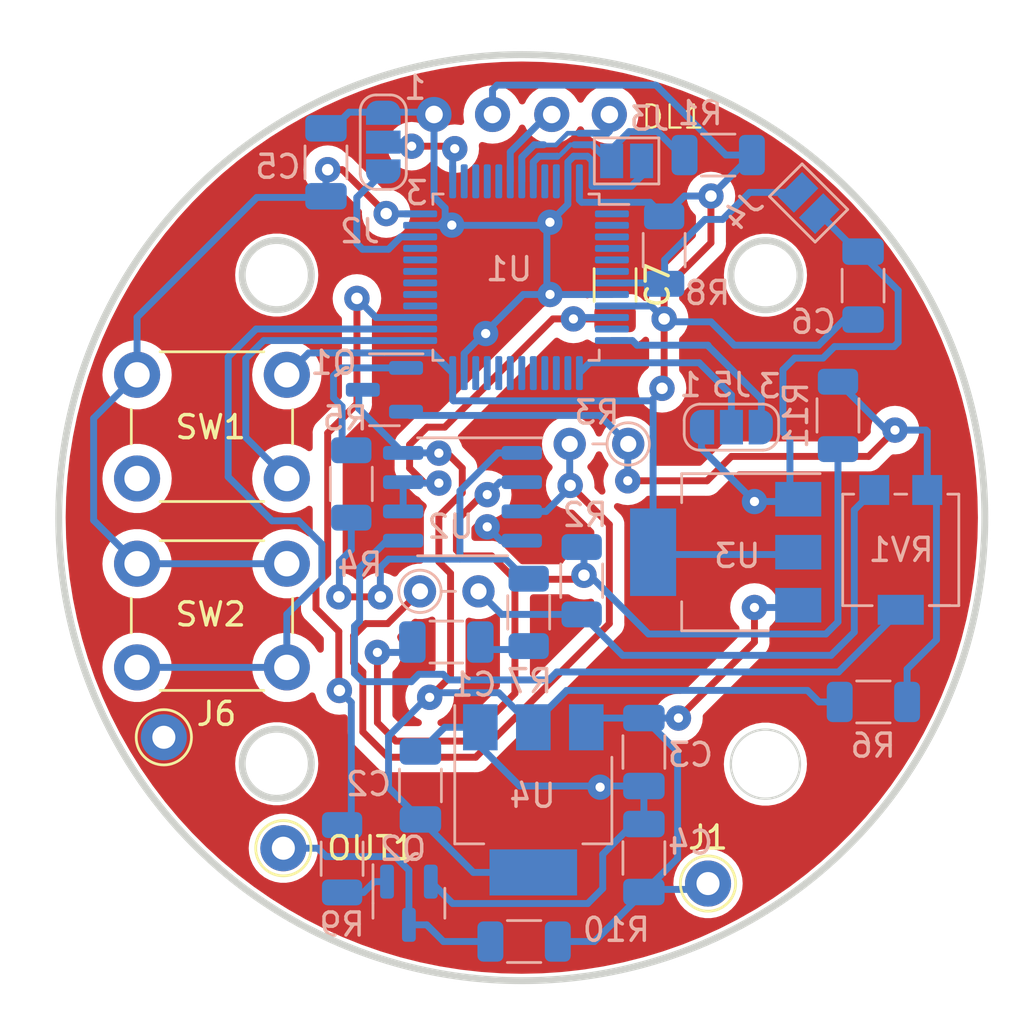
<source format=kicad_pcb>
(kicad_pcb (version 20221018) (generator pcbnew)
  (layers (0 "F.Cu" signal) (31 "B.Cu" signal) (34 "B.Paste" user) (35 "F.Paste" user) (36 "B.SilkS" user "B.Silkscreen") (37 "F.SilkS" user "F.Silkscreen") (38 "B.Mask" user) (39 "F.Mask" user) (44 "Edge.Cuts" user))
  (net 0 "")
  (net 1 "Net-(Q1-B)")
  (net 2 "Net-(Q1-E)")
  (net 3 "Net-(Q1-C)")
  (net 10 "Net-(J3-Pin_2)")
  (net 11 "Net-(DL1-VCC)")
  (net 12 "Net-(C1-Pad2)")
  (net 14 "Net-(J4-Pin_2)")
  (net 21 "Net-(DL1-SDA)")
  (net 22 "Net-(DL1-SCL)")
  (net 29 "GND")
  (net 36 "Net-(R5-Pad2)")
  (net 37 "Net-(U2A--)")
  (net 38 "Net-(U2A-+)")
  (net 39 "Net-(R2-Pad2)")
  (net 40 "Net-(U1-PA0)")
  (net 41 "VCC")
  (net 42 "Net-(U2B-+)")
  (net 44 "Net-(J2-Pin_2)")
  (net 45 "Net-(J2-Pin_3)")
  (net 46 "Net-(J5-Pin_2)")
  (net 47 "Net-(J5-Pin_3)")
  (net 48 "Net-(U1-PB12)")
  (net 49 "Net-(U1-PB13)")
  (net 52 "Net-(Q2-B)")
  (net 53 "Net-(U1-PB14)")
  (net 54 "Net-(OUT1-Pin_1)")
  (footprint "Capacitor_SMD:C_1206_3216Metric" (layer "F.Cu") (at 160.05 61.9 -90)
    (fp_text reference "C7")
    (fp_text value "100n")
  )
  (footprint "TestPoint:TestPoint_THTPad_D2.0mm_Drill1.0mm" (layer "F.Cu") (at 140.462 81.534)
    (fp_text reference "J6")
    (fp_text value "Conn_01x01_Pin")
  )
  (footprint "TestPoint:TestPoint_THTPad_D2.0mm_Drill1.0mm" (layer "F.Cu") (at 145.65 86.35)
    (fp_text reference "OUT1")
    (fp_text value "Conn_01x01_Pin")
  )
  (footprint "Button_Switch_THT:SW_PUSH_6mm_H13mm" (layer "F.Cu") (at 139.3 74)
    (fp_text reference "SW2")
    (fp_text value "SW_Push")
  )
  (footprint "Button_Switch_THT:SW_PUSH_6mm_H13mm" (layer "F.Cu") (at 139.3 65.8)
    (fp_text reference "SW1")
    (fp_text value "SW_Push")
  )
  (footprint "Oled:SSD1306" (layer "F.Cu") (at 162 53 -90)
    (fp_text reference "DL1")
    (fp_text value "SSD1306")
  )
  (footprint "TestPoint:TestPoint_THTPad_D2.0mm_Drill1.0mm" (layer "F.Cu") (at 164.084 87.884)
    (fp_text reference "J1")
    (fp_text value "Conn_01x01_Pin")
  )
  (footprint "Capacitor_SMD:C_1206_3216Metric" (layer "B.Cu") (at 147.5 56.575 -90)
    (fp_text reference "C5")
    (fp_text value "100n")
  )
  (footprint "Resistor_SMD:R_1206_3216Metric" (layer "B.Cu") (at 169.725 67.5625 -90)
    (fp_text reference "R11")
    (fp_text value "100")
  )
  (footprint "Resistor_SMD:R_1206_3216Metric" (layer "B.Cu") (at 148.2 86.8065 90)
    (fp_text reference "R9")
    (fp_text value "100")
  )
  (footprint "Package_SO:SO-8_3.9x4.9mm_P1.27mm" (layer "B.Cu") (at 153.425 71.095 180)
    (fp_text reference "U2")
    (fp_text value "TL072")
  )
  (footprint "Package_TO_SOT_SMD:SOT-223-3_TabPin2" (layer "B.Cu") (at 156.5 84.25 -90)
    (fp_text reference "U4")
    (fp_text value "AMS1117-5.0")
  )
  (footprint "Capacitor_SMD:C_1206_3216Metric" (layer "B.Cu") (at 170.815 61.927 -90)
    (fp_text reference "C6")
    (fp_text value "10u")
  )
  (footprint "Package_TO_SOT_SMD:SOT-223-3_TabPin2" (layer "B.Cu") (at 164.85 73.5 180)
    (fp_text reference "U3")
    (fp_text value "AMS1117-3.3")
  )
  (footprint "Capacitor_SMD:C_1206_3216Metric" (layer "B.Cu") (at 151.6 83.625 -90)
    (fp_text reference "C2")
    (fp_text value "4.7uF")
  )
  (footprint "Resistor_SMD:R_1206_3216Metric" (layer "B.Cu") (at 164.5265 56.261 180)
    (fp_text reference "R1")
    (fp_text value "100k")
  )
  (footprint "Jumper:SolderJumper-3_P1.3mm_Open_RoundedPad1.0x1.5mm_NumberLabels" (layer "B.Cu") (at 165.1 68.072)
    (fp_text reference "J5")
    (fp_text value "UART")
  )
  (footprint "Capacitor_SMD:C_1206_3216Metric" (layer "B.Cu") (at 161.3 86.775 -90)
    (fp_text reference "C4")
    (fp_text value "100n")
  )
  (footprint "Resistor_SMD:R_1206_3216Metric" (layer "B.Cu") (at 162.179 60.3865 -90)
    (fp_text reference "R8")
    (fp_text value "100k")
  )
  (footprint "Resistor_SMD:R_1206_3216Metric" (layer "B.Cu") (at 156.1 90.4)
    (fp_text reference "R10")
    (fp_text value "10k")
  )
  (footprint "Package_TO_SOT_SMD:SOT-23" (layer "B.Cu") (at 150.0375 66.45 180)
    (fp_text reference "Q1")
    (fp_text value "BC847")
  )
  (footprint "Resistor_SMD:R_1206_3216Metric" (layer "B.Cu") (at 148.6 70.5375 -90)
    (fp_text reference "R5")
    (fp_text value "100")
  )
  (footprint "Resistor_SMD:R_1206_3216Metric" (layer "B.Cu") (at 156.3 76.1125 90)
    (fp_text reference "R7")
    (fp_text value "51k")
  )
  (footprint "Capacitor_SMD:C_1206_3216Metric" (layer "B.Cu") (at 152.725 77.4)
    (fp_text reference "C1")
    (fp_text value "1uF")
  )
  (footprint "Resistor_THT:R_Axial_DIN0204_L3.6mm_D1.6mm_P2.54mm_Vertical" (layer "B.Cu") (at 160.62 68.8 180)
    (fp_text reference "R3")
    (fp_text value "sens")
  )
  (footprint "Jumper:SolderJumper-3_P1.3mm_Open_RoundedPad1.0x1.5mm_NumberLabels" (layer "B.Cu") (at 149.987 55.7 -90)
    (fp_text reference "J2")
    (fp_text value "SWD")
  )
  (footprint "Jumper:SolderJumper-2_P1.3mm_Open_Pad1.0x1.5mm" (layer "B.Cu") (at 160.55 56.515 180)
    (fp_text reference "J3")
    (fp_text value "BOOT0")
  )
  (footprint "Resistor_SMD:R_1206_3216Metric" (layer "B.Cu") (at 171.2625 80)
    (fp_text reference "R6")
    (fp_text value "20k")
  )
  (footprint "Jumper:SolderJumper-2_P1.3mm_Open_Pad1.0x1.5mm" (layer "B.Cu") (at 168.450381 58.341381 135)
    (fp_text reference "J4")
    (fp_text value "RST")
  )
  (footprint "Capacitor_SMD:C_1206_3216Metric" (layer "B.Cu") (at 161.3 82.175 90)
    (fp_text reference "C3")
    (fp_text value "10u")
  )
  (footprint "Resistor_SMD:R_1206_3216Metric" (layer "B.Cu") (at 158.6 74.7375 -90)
    (fp_text reference "R2")
    (fp_text value "100")
  )
  (footprint "Package_TO_SOT_SMD:SOT-23" (layer "B.Cu") (at 151.1 88.7375 -90)
    (fp_text reference "Q2")
    (fp_text value "BC847")
  )
  (footprint "Resistor_THT:R_Axial_DIN0204_L3.6mm_D1.6mm_P2.54mm_Vertical" (layer "B.Cu") (at 151.58 75.2)
    (fp_text reference "R4")
    (fp_text value "comp")
  )
  (footprint "Potentiometer_SMD:Potentiometer_Bourns_3214G_Horizontal" (layer "B.Cu") (at 172.45 73.4 90)
    (fp_text reference "RV1")
    (fp_text value "100k")
  )
  (footprint "Package_QFP:LQFP-48_7x7mm_P0.5mm" (layer "B.Cu") (at 155.75 61.5625 180)
    (fp_text reference "U1")
    (fp_text value "STM32F103CBTx")
  )
  (gr_circle locked (center 145.362394 61.469979) (end 146.862394 61.469979) (stroke (width 0.3)) (fill none) (layer "Edge.Cuts"))
  (gr_circle locked (center 145.362394 82.683183) (end 146.862394 82.683183) (stroke (width 0.3)) (fill none) (layer "Edge.Cuts"))
  (gr_circle locked (center 156 72) (end 176.1 72) (stroke (width 0.3)) (fill none) (layer "Edge.Cuts"))
  (gr_circle locked (center 166.575 82.7) (end 168.075 82.7) (stroke (width 0.1)) (fill none) (layer "Edge.Cuts"))
  (gr_circle locked (center 166.576898 61.476898) (end 168.076898 61.476898) (stroke (width 0.3)) (fill none) (layer "Edge.Cuts"))
  (segment (start 148.6 69.075) (end 148.2 68.675) (width 0.3) (layer "B.Cu") (net 1))
  (segment (start 148.173349 65.5) (end 150.8 65.5) (width 0.3) (layer "B.Cu") (net 1))
  (segment (start 147.828 65.845349) (end 148.173349 65.5) (width 0.3) (layer "B.Cu") (net 1))
  (segment (start 148.2 68.675) (end 148.2 67.174) (width 0.3) (layer "B.Cu") (net 1))
  (segment (start 147.828 66.802) (end 147.828 65.845349) (width 0.3) (layer "B.Cu") (net 1))
  (segment (start 148.2 67.174) (end 147.828 66.802) (width 0.3) (layer "B.Cu") (net 1))
  (segment (start 160.6 70.4) (end 164.042 70.4) (width 0.3) (layer "F.Cu") (net 2))
  (segment (start 164.042 70.4) (end 165.1 69.342) (width 0.3) (layer "F.Cu") (net 2))
  (segment (start 171.058 69.342) (end 172.2 68.2) (width 0.3) (layer "F.Cu") (net 2))
  (segment (start 165.1 69.342) (end 171.058 69.342) (width 0.3) (layer "F.Cu") (net 2))
  (via (at 172.2 68.2) (size 1.1) (drill 0.4) (layers "F.Cu" "B.Cu") (net 2))
  (via (at 160.6 70.4) (size 1.1) (drill 0.4) (layers "F.Cu" "B.Cu") (net 2))
  (segment (start 172.725 80) (end 172.725 78.575) (width 0.3) (layer "B.Cu") (net 2))
  (segment (start 151.139 67.564) (end 151.0374 67.4624) (width 0.3) (layer "B.Cu") (net 2))
  (segment (start 160.62 68.8) (end 159.384 67.564) (width 0.3) (layer "B.Cu") (net 2))
  (segment (start 172.2 68.2) (end 171.825 68.2) (width 0.3) (layer "B.Cu") (net 2))
  (segment (start 160.6 70.4) (end 160.6 68.82) (width 0.3) (layer "B.Cu") (net 2))
  (segment (start 172.725 78.575) (end 174 77.3) (width 0.3) (layer "B.Cu") (net 2))
  (segment (start 173.6 68.25) (end 173.55 68.2) (width 0.3) (layer "B.Cu") (net 2))
  (segment (start 159.384 67.564) (end 151.139 67.564) (width 0.3) (layer "B.Cu") (net 2))
  (segment (start 171.825 68.2) (end 169.725 66.1) (width 0.3) (layer "B.Cu") (net 2))
  (segment (start 174 77.3) (end 174 71.2) (width 0.3) (layer "B.Cu") (net 2))
  (segment (start 174 71.2) (end 173.6 70.8) (width 0.3) (layer "B.Cu") (net 2))
  (segment (start 173.6 70.8) (end 173.6 68.25) (width 0.3) (layer "B.Cu") (net 2))
  (segment (start 160.6 68.82) (end 160.62 68.8) (width 0.3) (layer "B.Cu") (net 2))
  (segment (start 173.55 68.2) (end 172.2 68.2) (width 0.3) (layer "B.Cu") (net 2))
  (segment (start 152.908 78.892) (end 152 79.8) (width 0.3) (layer "F.Cu") (net 3))
  (segment (start 152.766 69.2) (end 153.416 69.85) (width 0.3) (layer "F.Cu") (net 3))
  (segment (start 153.416 69.85) (end 153.416 70.920894) (width 0.3) (layer "F.Cu") (net 3))
  (segment (start 153.416 70.920894) (end 152.4 71.936894) (width 0.3) (layer "F.Cu") (net 3))
  (segment (start 152.4 73.914) (end 152.908 74.422) (width 0.3) (layer "F.Cu") (net 3))
  (segment (start 152.4 69.2) (end 152.766 69.2) (width 0.3) (layer "F.Cu") (net 3))
  (segment (start 152.908 74.422) (end 152.908 78.892) (width 0.3) (layer "F.Cu") (net 3))
  (segment (start 152.4 71.936894) (end 152.4 73.914) (width 0.3) (layer "F.Cu") (net 3))
  (via (at 152 79.8) (size 1.1) (drill 0.4) (layers "F.Cu" "B.Cu") (net 3))
  (via (at 152.4 69.2) (size 1.1) (drill 0.4) (layers "F.Cu" "B.Cu") (net 3))
  (segment (start 156.5 80.95) (end 156.5 81.1) (width 0.3) (layer "B.Cu") (net 3))
  (segment (start 151.6 85.1) (end 153.9 87.4) (width 0.3) (layer "B.Cu") (net 3))
  (segment (start 153.9 87.4) (end 156.5 87.4) (width 0.3) (layer "B.Cu") (net 3))
  (segment (start 155 79.6) (end 156.5 81.1) (width 0.3) (layer "B.Cu") (net 3))
  (segment (start 157.95 79.5) (end 156.5 80.95) (width 0.3) (layer "B.Cu") (net 3))
  (segment (start 168.4 79.5) (end 157.95 79.5) (width 0.3) (layer "B.Cu") (net 3))
  (segment (start 150.85 69.19) (end 148.925 67.265) (width 0.3) (layer "B.Cu") (net 3))
  (segment (start 152.0988 79.6) (end 155 79.6) (width 0.3) (layer "B.Cu") (net 3))
  (segment (start 151.6 85.1) (end 150.2156 83.7156) (width 0.3) (layer "B.Cu") (net 3))
  (segment (start 152.39 69.19) (end 152.4 69.2) (width 0.3) (layer "B.Cu") (net 3))
  (segment (start 169.6 80) (end 168.9 80) (width 0.3) (layer "B.Cu") (net 3))
  (segment (start 150.2156 83.7156) (end 150.2156 81.4832) (width 0.3) (layer "B.Cu") (net 3))
  (segment (start 168.9 80) (end 168.4 79.5) (width 0.3) (layer "B.Cu") (net 3))
  (segment (start 148.925 67.265) (end 148.925 66.45) (width 0.3) (layer "B.Cu") (net 3))
  (segment (start 150.2156 81.4832) (end 152.0988 79.6) (width 0.3) (layer "B.Cu") (net 3))
  (segment (start 150.85 69.19) (end 152.39 69.19) (width 0.3) (layer "B.Cu") (net 3))
  (segment (start 161.895 55.245) (end 162.9 56.25) (width 0.3) (layer "B.Cu") (net 10))
  (segment (start 157.805063 56.12) (end 157.662531 56.262532) (width 0.2) (layer "B.Cu") (net 10))
  (segment (start 159.9 56.7) (end 159.9 56.2) (width 0.3) (layer "B.Cu") (net 10))
  (segment (start 159.9 56) (end 160.655 55.245) (width 0.3) (layer "B.Cu") (net 10))
  (segment (start 160.655 55.245) (end 161.895 55.245) (width 0.3) (layer "B.Cu") (net 10))
  (segment (start 157.541853 56.3125) (end 157.5375 56.3125) (width 0.3) (layer "B.Cu") (net 10))
  (segment (start 158.112563 55.8125) (end 158.2875 55.8125) (width 0.2) (layer "B.Cu") (net 10))
  (segment (start 159.9 56.2) (end 159.9 56) (width 0.3) (layer "B.Cu") (net 10))
  (segment (start 159.9 56.2) (end 159.444607 56.2) (width 0.3) (layer "B.Cu") (net 10))
  (segment (start 159.444607 56.2) (end 159.057107 55.8125) (width 0.3) (layer "B.Cu") (net 10))
  (segment (start 159.057107 55.8125) (end 158.2875 55.8125) (width 0.3) (layer "B.Cu") (net 10))
  (segment (start 157.805063 56.12) (end 158.112563 55.8125) (width 0.2) (layer "B.Cu") (net 10))
  (segment (start 157.5375 56.3125) (end 156.748959 56.3125) (width 0.3) (layer "B.Cu") (net 10))
  (segment (start 156.5 56.561459) (end 156.5 57.4) (width 0.3) (layer "B.Cu") (net 10))
  (segment (start 156.748959 56.3125) (end 156.5 56.561459) (width 0.3) (layer "B.Cu") (net 10))
  (segment (start 150.114 58.801) (end 148.209 56.896) (width 0.3) (layer "F.Cu") (net 11))
  (segment (start 164.211 60.071) (end 164.211 58.039) (width 0.3) (layer "F.Cu") (net 11))
  (segment (start 162.0865 66.3865) (end 162.179 66.294) (width 0.3) (layer "F.Cu") (net 11))
  (segment (start 148.209 56.896) (end 147.574 56.896) (width 0.3) (layer "F.Cu") (net 11))
  (segment (start 162.179 62.103) (end 164.211 60.071) (width 0.3) (layer "F.Cu") (net 11))
  (segment (start 162.179 63.373) (end 162.179 62.103) (width 0.3) (layer "F.Cu") (net 11))
  (segment (start 162.179 66.294) (end 162.179 63.373) (width 0.3) (layer "F.Cu") (net 11))
  (via (at 150.114 58.801) (size 1.1) (drill 0.5) (layers "F.Cu" "B.Cu") (net 11))
  (via (at 147.574 56.896) (size 1.1) (drill 0.5) (layers "F.Cu" "B.Cu") (net 11))
  (via (at 162.179 63.373) (size 1.1) (drill 0.5) (layers "F.Cu" "B.Cu") (net 11))
  (via (at 162.0865 66.3865) (size 1.1) (drill 0.5) (layers "F.Cu" "B.Cu") (net 11))
  (via (at 164.211 58.039) (size 1.1) (drill 0.5) (layers "F.Cu" "B.Cu") (net 11))
  (segment (start 164.861 56.261) (end 165.989 56.261) (width 0.3) (layer "B.Cu") (net 11))
  (segment (start 154.92737 53.225) (end 161.786988 53.225) (width 0.3) (layer "B.Cu") (net 11))
  (segment (start 153.035 66.929) (end 161.626 66.929) (width 0.3) (layer "B.Cu") (net 11))
  (segment (start 139.3 63.3) (end 144.5 58.1) (width 0.3) (layer "B.Cu") (net 11))
  (segment (start 161.5675 58.3125) (end 162.179 58.924) (width 0.3) (layer "B.Cu") (net 11))
  (segment (start 165.227 64.516) (end 168.884 64.516) (width 0.3) (layer "B.Cu") (net 11))
  (segment (start 158.6075 58.3125) (end 161.5675 58.3125) (width 0.3) (layer "B.Cu") (net 11))
  (segment (start 164.211 58.039) (end 163.064 58.039) (width 0.3) (layer "B.Cu") (net 11))
  (segment (start 153 65.725) (end 153 66.894) (width 0.3) (layer "B.Cu") (net 11))
  (segment (start 162.179 63.373) (end 161.6185 62.8125) (width 0.3) (layer "B.Cu") (net 11))
  (segment (start 145.8 74) (end 139.3 74) (width 0.3) (layer "B.Cu") (net 11))
  (segment (start 139.3 74) (end 137.414 72.114) (width 0.3) (layer "B.Cu") (net 11))
  (segment (start 144.5 58.1) (end 146.675 58.1) (width 0.3) (layer "B.Cu") (net 11))
  (segment (start 158.5 58.205) (end 158.6075 58.3125) (width 0.3) (layer "B.Cu") (net 11))
  (segment (start 137.414 67.686) (end 139.3 65.8) (width 0.3) (layer "B.Cu") (net 11))
  (segment (start 168.884 64.516) (end 170.2 63.2) (width 0.3) (layer "B.Cu") (net 11))
  (segment (start 161.626 66.929) (end 161.7 66.855) (width 0.3) (layer "B.Cu") (net 11))
  (segment (start 161.6185 62.8125) (end 159.9125 62.8125) (width 0.3) (layer "B.Cu") (net 11))
  (segment (start 161.786988 53.225) (end 161.82103 53.234734) (width 0.3) (layer "B.Cu") (net 11))
  (segment (start 154.73 53.42237) (end 154.92737 53.225) (width 0.3) (layer "B.Cu") (net 11))
  (segment (start 161.1 73.6) (end 167.4 73.6) (width 0.3) (layer "B.Cu") (net 11))
  (segment (start 161.1 73.6) (end 161.67 73.03) (width 0.3) (layer "B.Cu") (net 11))
  (segment (start 152.125 64.85) (end 146.75 64.85) (width 0.3) (layer "B.Cu") (net 11))
  (segment (start 150.1255 58.8125) (end 151.5875 58.8125) (width 0.3) (layer "B.Cu") (net 11))
  (segment (start 162.306 63.5) (end 164.211 63.5) (width 0.3) (layer "B.Cu") (net 11))
  (segment (start 161.841631 53.241631) (end 164.861 56.261) (width 0.3) (layer "B.Cu") (net 11))
  (segment (start 161.82103 53.234734) (end 161.841631 53.241631) (width 0.3) (layer "B.Cu") (net 11))
  (segment (start 153 66.894) (end 153.035 66.929) (width 0.3) (layer "B.Cu") (net 11))
  (segment (start 147.5 58.05) (end 147.5 56.97) (width 0.3) (layer "B.Cu") (net 11))
  (segment (start 158.5 57.4) (end 158.5 58.205) (width 0.3) (layer "B.Cu") (net 11))
  (segment (start 162.179 63.373) (end 162.306 63.5) (width 0.3) (layer "B.Cu") (net 11))
  (segment (start 139.3 63.3) (end 139.3 65.8) (width 0.3) (layer "B.Cu") (net 11))
  (segment (start 153 65.725) (end 152.125 64.85) (width 0.3) (layer "B.Cu") (net 11))
  (segment (start 146.75 64.85) (end 145.8 65.8) (width 0.3) (layer "B.Cu") (net 11))
  (segment (start 154.73 54.5) (end 154.73 53.42237) (width 0.3) (layer "B.Cu") (net 11))
  (segment (start 163.064 58.039) (end 162.179 58.924) (width 0.3) (layer "B.Cu") (net 11))
  (segment (start 164.211 63.5) (end 165.227 64.516) (width 0.3) (layer "B.Cu") (net 11))
  (segment (start 161.7 66.855) (end 161.7 73.5) (width 0.3) (layer "B.Cu") (net 11))
  (segment (start 164.211 58.039) (end 165.989 56.261) (width 0.3) (layer "B.Cu") (net 11))
  (segment (start 137.414 72.114) (end 137.414 67.686) (width 0.3) (layer "B.Cu") (net 11))
  (segment (start 154.525 77.725) (end 154.2 77.4) (width 0.3) (layer "B.Cu") (net 12))
  (segment (start 156.3 77.725) (end 154.525 77.725) (width 0.3) (layer "B.Cu") (net 12))
  (segment (start 162.2 60.812) (end 162.2 61.325) (width 0.3) (layer "B.Cu") (net 14))
  (segment (start 161.7125 61.8125) (end 159.9125 61.8125) (width 0.3) (layer "B.Cu") (net 14))
  (segment (start 165.892238 57.881762) (end 164.719 59.055) (width 0.3) (layer "B.Cu") (net 14))
  (segment (start 162.2 61.325) (end 161.7125 61.8125) (width 0.3) (layer "B.Cu") (net 14))
  (segment (start 164.719 59.055) (end 163.957 59.055) (width 0.3) (layer "B.Cu") (net 14))
  (segment (start 167.990762 57.881762) (end 165.892238 57.881762) (width 0.3) (layer "B.Cu") (net 14))
  (segment (start 163.957 59.055) (end 162.2 60.812) (width 0.3) (layer "B.Cu") (net 14))
  (segment (start 156 56.354353) (end 156.541853 55.8125) (width 0.3) (layer "B.Cu") (net 21))
  (segment (start 159.719606 55.3125) (end 158.4875 55.3125) (width 0.3) (layer "B.Cu") (net 21))
  (segment (start 156.541853 55.8125) (end 156.956065 55.8125) (width 0.3) (layer "B.Cu") (net 21))
  (segment (start 156 57.4) (end 156 56.354353) (width 0.3) (layer "B.Cu") (net 21))
  (segment (start 157.039353 55.825) (end 157.476895 55.825) (width 0.2) (layer "B.Cu") (net 21))
  (segment (start 157.989395 55.3125) (end 158.4875 55.3125) (width 0.2) (layer "B.Cu") (net 21))
  (segment (start 159.8 54.5) (end 159.8 55.232106) (width 0.3) (layer "B.Cu") (net 21))
  (segment (start 157.476895 55.825) (end 157.989395 55.3125) (width 0.2) (layer "B.Cu") (net 21))
  (segment (start 159.8 55.232106) (end 159.719606 55.3125) (width 0.3) (layer "B.Cu") (net 21))
  (segment (start 155.5 57.4) (end 155.5 56.13) (width 0.3) (layer "B.Cu") (net 22))
  (segment (start 155.5 56.13) (end 157.13 54.5) (width 0.3) (layer "B.Cu") (net 22))
  (via (at 154.5 72.4) (size 1.1) (drill 0.4) (layers "F.Cu" "B.Cu") (net 29))
  (via (at 154.432 64.008) (size 1.1) (drill 0.4) (layers "F.Cu" "B.Cu") (net 29))
  (via (at 166.1 71.3) (size 1.1) (drill 0.4) (layers "F.Cu" "B.Cu") (net 29))
  (via (at 157.226 62.3125) (size 1.1) (drill 0.4) (layers "F.Cu" "B.Cu") (net 29))
  (via (at 152.962793 59.301901) (size 1.1) (drill 0.4) (layers "F.Cu" "B.Cu") (net 29))
  (via (at 159.4 83.7) (size 1.1) (drill 0.4) (layers "F.Cu" "B.Cu") (net 29))
  (via (at 157.222 59.178) (size 1.1) (drill 0.4) (layers "F.Cu" "B.Cu") (net 29))
  (segment (start 159.05 56.5125) (end 158.85 56.3125) (width 0.3) (layer "B.Cu") (net 29))
  (segment (start 154.432 64.008) (end 154.432 63.943) (width 0.3) (layer "B.Cu") (net 29))
  (segment (start 155.1 73) (end 154.5 72.4) (width 0.3) (layer "B.Cu") (net 29))
  (segment (start 161.2 57.165) (end 160.75 57.615) (width 0.3) (layer "B.Cu") (net 29))
  (segment (start 148.5 54.4) (end 150 54.4) (width 0.3) (layer "B.Cu") (net 29))
  (segment (start 159.05 57.615) (end 159.05 56.5125) (width 0.3) (layer "B.Cu") (net 29))
  (segment (start 156.0625 62.3125) (end 154.7375 63.6375) (width 0.3) (layer "B.Cu") (net 29))
  (segment (start 154.2 81.937) (end 155.913 83.65) (width 0.3) (layer "B.Cu") (net 29))
  (segment (start 170.815 60.452) (end 170.561 60.452) (width 0.3) (layer "B.Cu") (net 29))
  (segment (start 161.2 56.35) (end 161.2 57.165) (width 0.3) (layer "B.Cu") (net 29))
  (segment (start 166.1 71.3) (end 163.8 69) (width 0.3) (layer "B.Cu") (net 29))
  (segment (start 167.3352 65.5828) (end 167.3352 68.2852) (width 0.3) (layer "B.Cu") (net 29))
  (segment (start 153 88.75) (end 158.8625 88.75) (width 0.3) (layer "B.Cu") (net 29))
  (segment (start 163.8 69) (end 163.8 67.6) (width 0.3) (layer "B.Cu") (net 29))
  (segment (start 158.8625 88.75) (end 159.512 88.1005) (width 0.3) (layer "B.Cu") (net 29))
  (segment (start 154.432 63.943) (end 154.7375 63.6375) (width 0.3) (layer "B.Cu") (net 29))
  (segment (start 160.826 85.3) (end 161.3 85.3) (width 0.3) (layer "B.Cu") (net 29))
  (segment (start 157.226 62.3125) (end 159.073959 62.3125) (width 0.3) (layer "B.Cu") (net 29))
  (segment (start 158 56.561459) (end 158 57.4) (width 0.3) (layer "B.Cu") (net 29))
  (segment (start 152.05 87.8) (end 153 88.75) (width 0.3) (layer "B.Cu") (net 29))
  (segment (start 153.5 64.875) (end 153.5 65.725) (width 0.3) (layer "B.Cu") (net 29))
  (segment (start 148 54.9) (end 148.5 54.4) (width 0.3) (layer "B.Cu") (net 29))
  (segment (start 169.575 64.575) (end 169.075 65.075) (width 0.3) (layer "B.Cu") (net 29))
  (segment (start 152.42604 59.3125) (end 151.5875 59.3125) (width 0.3) (layer "B.Cu") (net 29))
  (segment (start 160.75 57.615) (end 159.05 57.615) (width 0.3) (layer "B.Cu") (net 29))
  (segment (start 170.45 60.25) (end 172.339 62.139) (width 0.3) (layer "B.Cu") (net 29))
  (segment (start 172.339 62.139) (end 172.339 64.389) (width 0.3) (layer "B.Cu") (net 29))
  (segment (start 167.3352 68.2852) (end 167.64 68.59) (width 0.3) (layer "B.Cu") (net 29))
  (segment (start 170.561 60.452) (end 168.91 58.801) (width 0.3) (layer "B.Cu") (net 29))
  (segment (start 159.512 86.614) (end 160.826 85.3) (width 0.3) (layer "B.Cu") (net 29))
  (segment (start 172.153 64.575) (end 169.575 64.575) (width 0.3) (layer "B.Cu") (net 29))
  (segment (start 154.7375 63.6375) (end 153.5 64.875) (width 0.3) (layer "B.Cu") (net 29))
  (segment (start 159.35 83.65) (end 159.4 83.7) (width 0.3) (layer "B.Cu") (net 29))
  (segment (start 152.19 54.5) (end 152.19 58.076459) (width 0.3) (layer "B.Cu") (net 29))
  (segment (start 154.2 81.1) (end 154.2 81.937) (width 0.3) (layer "B.Cu") (net 29))
  (segment (start 150 54.4) (end 152.09 54.4) (width 0.3) (layer "B.Cu") (net 29))
  (segment (start 159.45 83.65) (end 161.3 83.65) (width 0.3) (layer "B.Cu") (net 29))
  (segment (start 157.0875 62.174) (end 157.0875 59.3125) (width 0.3) (layer "B.Cu") (net 29))
  (segment (start 158.85 56.3125) (end 158.248959 56.3125) (width 0.3) (layer "B.Cu") (net 29))
  (segment (start 159.512 88.1005) (end 159.512 86.614) (width 0.3) (layer "B.Cu") (net 29))
  (segment (start 167.843 65.075) (end 167.3352 65.5828) (width 0.3) (layer "B.Cu") (net 29))
  (segment (start 152.09 54.4) (end 152.19 54.5) (width 0.3) (layer "B.Cu") (net 29))
  (segment (start 152.51927 59.21927) (end 152.426041 59.3125) (width 0.3) (layer "B.Cu") (net 29))
  (segment (start 157.226 62.3125) (end 157.0875 62.174) (width 0.3) (layer "B.Cu") (net 29))
  (segment (start 167.64 68.59) (end 167.64 70.84) (width 0.3) (layer "B.Cu") (net 29))
  (segment (start 152.19 58.076459) (end 152.675 58.561459) (width 0.3) (layer "B.Cu") (net 29))
  (segment (start 161.3 85.3) (end 161.3 83.65) (width 0.3) (layer "B.Cu") (net 29))
  (segment (start 152.426041 59.3125) (end 157.0875 59.3125) (width 0.3) (layer "B.Cu") (net 29))
  (segment (start 152.51927 59.21927) (end 152.42604 59.3125) (width 0.3) (layer "B.Cu") (net 29))
  (segment (start 158 58.4) (end 158 57.4) (width 0.3) (layer "B.Cu") (net 29))
  (segment (start 159.073959 62.3125) (end 156.0625 62.3125) (width 0.3) (layer "B.Cu") (net 29))
  (segment (start 167.64 70.84) (end 168 71.2) (width 0.3) (layer "B.Cu") (net 29))
  (segment (start 157.0875 59.3125) (end 158 58.4) (width 0.3) (layer "B.Cu") (net 29))
  (segment (start 159.4 83.7) (end 159.45 83.65) (width 0.3) (layer "B.Cu") (net 29))
  (segment (start 152.675 59.063541) (end 152.51927 59.21927) (width 0.3) (layer "B.Cu") (net 29))
  (segment (start 156 73) (end 155.1 73) (width 0.3) (layer "B.Cu") (net 29))
  (segment (start 169.075 65.075) (end 167.843 65.075) (width 0.3) (layer "B.Cu") (net 29))
  (segment (start 151.6 82.15) (end 152.65 81.1) (width 0.3) (layer "B.Cu") (net 29))
  (segment (start 152.65 81.1) (end 154.2 81.1) (width 0.3) (layer "B.Cu") (net 29))
  (segment (start 152.675 58.561459) (end 152.675 59.063541) (width 0.3) (layer "B.Cu") (net 29))
  (segment (start 158.248959 56.3125) (end 158 56.561459) (width 0.3) (layer "B.Cu") (net 29))
  (segment (start 155.913 83.65) (end 159.35 83.65) (width 0.3) (layer "B.Cu") (net 29))
  (segment (start 159.073959 62.3125) (end 159.9125 62.3125) (width 0.3) (layer "B.Cu") (net 29))
  (segment (start 172.339 64.389) (end 172.153 64.575) (width 0.3) (layer "B.Cu") (net 29))
  (segment (start 167.4 71.3) (end 166.1 71.3) (width 0.3) (layer "B.Cu") (net 29))
  (segment (start 149.86 75.438) (end 148.0605 75.438) (width 0.3) (layer "F.Cu") (net 36))
  (via (at 149.86 75.438) (size 1.1) (drill 0.5) (layers "F.Cu" "B.Cu") (net 36))
  (via (at 148.0605 75.438) (size 1.1) (drill 0.5) (layers "F.Cu" "B.Cu") (net 36))
  (segment (start 153.3144 73.8) (end 155.3 73.8) (width 0.3) (layer "B.Cu") (net 36))
  (segment (start 154.965 69.19) (end 153.3144 70.8406) (width 0.3) (layer "B.Cu") (net 36))
  (segment (start 148.6 73.4) (end 148.6 72) (width 0.3) (layer "B.Cu") (net 36))
  (segment (start 148.0605 75.438) (end 148.082 75.4165) (width 0.3) (layer "B.Cu") (net 36))
  (segment (start 148.082 73.918) (end 148.6 73.4) (width 0.3) (layer "B.Cu") (net 36))
  (segment (start 149.86 74.157893) (end 150.217893 73.8) (width 0.3) (layer "B.Cu") (net 36))
  (segment (start 148.082 75.4165) (end 148.082 73.918) (width 0.3) (layer "B.Cu") (net 36))
  (segment (start 156 69.19) (end 154.965 69.19) (width 0.3) (layer "B.Cu") (net 36))
  (segment (start 153.3144 70.8406) (end 153.3144 73.8) (width 0.3) (layer "B.Cu") (net 36))
  (segment (start 155.3 73.8) (end 156.3 74.8) (width 0.3) (layer "B.Cu") (net 36))
  (segment (start 149.86 75.438) (end 149.86 74.157893) (width 0.3) (layer "B.Cu") (net 36))
  (segment (start 150.217893 73.8) (end 153.3144 73.8) (width 0.3) (layer "B.Cu") (net 36))
  (segment (start 153.162 73.406) (end 153.162 72.136) (width 0.3) (layer "F.Cu") (net 37))
  (segment (start 154.686 73.66) (end 153.416 73.66) (width 0.3) (layer "F.Cu") (net 37))
  (segment (start 154.297312 71.000688) (end 154.500688 71.000688) (width 0.3) (layer "F.Cu") (net 37))
  (segment (start 158.7 74.5) (end 158.524 74.676) (width 0.3) (layer "F.Cu") (net 37))
  (segment (start 149.733 80.899) (end 150.534 81.7) (width 0.3) (layer "F.Cu") (net 37))
  (segment (start 153.162 72.136) (end 154.297312 71.000688) (width 0.3) (layer "F.Cu") (net 37))
  (segment (start 149.733 77.851) (end 149.733 80.899) (width 0.3) (layer "F.Cu") (net 37))
  (segment (start 155.702 74.676) (end 154.686 73.66) (width 0.3) (layer "F.Cu") (net 37))
  (segment (start 155.702 79.629) (end 155.702 74.676) (width 0.3) (layer "F.Cu") (net 37))
  (segment (start 150.534 81.7) (end 153.631 81.7) (width 0.3) (layer "F.Cu") (net 37))
  (segment (start 153.631 81.7) (end 155.702 79.629) (width 0.3) (layer "F.Cu") (net 37))
  (segment (start 158.524 74.676) (end 155.702 74.676) (width 0.3) (layer "F.Cu") (net 37))
  (segment (start 153.416 73.66) (end 153.162 73.406) (width 0.3) (layer "F.Cu") (net 37))
  (via (at 154.500688 71.000688) (size 1.1) (drill 0.4) (layers "F.Cu" "B.Cu") (net 37))
  (via (at 158.7 74.5) (size 1.1) (drill 0.5) (layers "F.Cu" "B.Cu") (net 37))
  (via (at 149.733 77.851) (size 1.1) (drill 0.4) (layers "F.Cu" "B.Cu") (net 37))
  (segment (start 161.5 77.05) (end 169.2 77.05) (width 0.3) (layer "B.Cu") (net 37))
  (segment (start 169.725 76.525) (end 169.725 69.025) (width 0.3) (layer "B.Cu") (net 37))
  (segment (start 158.7 74.5) (end 158.95 74.5) (width 0.3) (layer "B.Cu") (net 37))
  (segment (start 155.041376 70.46) (end 156 70.46) (width 0.3) (layer "B.Cu") (net 37))
  (segment (start 158.95 74.5) (end 161.5 77.05) (width 0.3) (layer "B.Cu") (net 37))
  (segment (start 158.7 74.5) (end 158.7 73.375) (width 0.3) (layer "B.Cu") (net 37))
  (segment (start 154.500688 71.000688) (end 155.041376 70.46) (width 0.3) (layer "B.Cu") (net 37))
  (segment (start 169.2 77.05) (end 169.725 76.525) (width 0.3) (layer "B.Cu") (net 37))
  (segment (start 149.733 77.851) (end 150.799 77.851) (width 0.3) (layer "B.Cu") (net 37))
  (segment (start 150.799 77.851) (end 151.25 77.4) (width 0.3) (layer "B.Cu") (net 37))
  (segment (start 158.7 73.375) (end 158.6 73.275) (width 0.3) (layer "B.Cu") (net 37))
  (segment (start 150.2 82.4) (end 149.1 81.3) (width 0.3) (layer "F.Cu") (net 38))
  (segment (start 148.7 78.3) (end 148.7 77.125207) (width 0.3) (layer "F.Cu") (net 38))
  (segment (start 154 82.4) (end 150.2 82.4) (width 0.3) (layer "F.Cu") (net 38))
  (segment (start 148.7 77.125207) (end 149.225207 76.6) (width 0.3) (layer "F.Cu") (net 38))
  (segment (start 158.1 70.6) (end 159.8 72.3) (width 0.3) (layer "F.Cu") (net 38))
  (segment (start 159.8 76.6) (end 154 82.4) (width 0.3) (layer "F.Cu") (net 38))
  (segment (start 149.1 78.7) (end 148.7 78.3) (width 0.3) (layer "F.Cu") (net 38))
  (segment (start 149.1 81.3) (end 149.1 78.7) (width 0.3) (layer "F.Cu") (net 38))
  (segment (start 150.18 76.6) (end 151.58 75.2) (width 0.3) (layer "F.Cu") (net 38))
  (segment (start 159.8 72.3) (end 159.8 76.6) (width 0.3) (layer "F.Cu") (net 38))
  (segment (start 149.225207 76.6) (end 150.18 76.6) (width 0.3) (layer "F.Cu") (net 38))
  (via (at 158.1 70.6) (size 1.1) (drill 0.5) (layers "F.Cu" "B.Cu") (net 38))
  (segment (start 158.08 70.705) (end 158.08 70.62) (width 0.3) (layer "B.Cu") (net 38))
  (segment (start 156.15 71.73) (end 157.055 71.73) (width 0.3) (layer "B.Cu") (net 38))
  (segment (start 158.08 70.62) (end 158.1 70.6) (width 0.3) (layer "B.Cu") (net 38))
  (segment (start 158.1 70.6) (end 158.08 70.58) (width 0.3) (layer "B.Cu") (net 38))
  (segment (start 158.08 70.58) (end 158.08 68.8) (width 0.3) (layer "B.Cu") (net 38))
  (segment (start 157.055 71.73) (end 158.08 70.705) (width 0.3) (layer "B.Cu") (net 38))
  (segment (start 158.6 76.2) (end 160.378 77.978) (width 0.3) (layer "B.Cu") (net 39))
  (segment (start 160.378 77.978) (end 169.422 77.978) (width 0.3) (layer "B.Cu") (net 39))
  (segment (start 170.434 76.966) (end 170.434 71.666) (width 0.3) (layer "B.Cu") (net 39))
  (segment (start 169.422 77.978) (end 170.434 76.966) (width 0.3) (layer "B.Cu") (net 39))
  (segment (start 154.12 75.2) (end 155.12 76.2) (width 0.3) (layer "B.Cu") (net 39))
  (segment (start 155.12 76.2) (end 158.6 76.2) (width 0.3) (layer "B.Cu") (net 39))
  (segment (start 170.434 71.666) (end 171.3 70.8) (width 0.3) (layer "B.Cu") (net 39))
  (segment (start 158.242 63.373) (end 157.353 63.373) (width 0.3) (layer "F.Cu") (net 40))
  (segment (start 151.13 69.85) (end 151.78 70.5) (width 0.3) (layer "F.Cu") (net 40))
  (segment (start 152.654 68.072) (end 151.892 68.072) (width 0.3) (layer "F.Cu") (net 40))
  (segment (start 151.13 68.834) (end 151.13 69.85) (width 0.3) (layer "F.Cu") (net 40))
  (segment (start 157.353 63.373) (end 152.654 68.072) (width 0.3) (layer "F.Cu") (net 40))
  (segment (start 158.244 63.375) (end 158.242 63.373) (width 0.3) (layer "F.Cu") (net 40))
  (segment (start 160.05 63.375) (end 158.244 63.375) (width 0.3) (layer "F.Cu") (net 40))
  (segment (start 151.78 70.5) (end 152.4 70.5) (width 0.3) (layer "F.Cu") (net 40))
  (segment (start 151.892 68.072) (end 151.13 68.834) (width 0.3) (layer "F.Cu") (net 40))
  (via (at 158.242 63.373) (size 1.1) (drill 0.4) (layers "F.Cu" "B.Cu") (net 40))
  (via (at 152.4 70.5) (size 1.1) (drill 0.4) (layers "F.Cu" "B.Cu") (net 40))
  (segment (start 152.4 70.5) (end 150.89 70.5) (width 0.3) (layer "B.Cu") (net 40))
  (segment (start 158.3025 63.3125) (end 159.9125 63.3125) (width 0.3) (layer "B.Cu") (net 40))
  (segment (start 150.89 70.5) (end 150.85 70.46) (width 0.3) (layer "B.Cu") (net 40))
  (segment (start 158.242 63.373) (end 158.3025 63.3125) (width 0.3) (layer "B.Cu") (net 40))
  (segment (start 150.85 70.46) (end 150.85 71.73) (width 0.3) (layer "B.Cu") (net 40))
  (segment (start 162.8 80.7) (end 166.1 77.4) (width 0.3) (layer "F.Cu") (net 41))
  (segment (start 166.1 77.4) (end 166.1 75.9) (width 0.3) (layer "F.Cu") (net 41))
  (via (at 166.1 75.9) (size 1.1) (drill 0.4) (layers "F.Cu" "B.Cu") (net 41))
  (via (at 162.8 80.7) (size 1.1) (drill 0.4) (layers "F.Cu" "B.Cu") (net 41))
  (segment (start 161.3 88.25) (end 161.412 88.138) (width 0.3) (layer "B.Cu") (net 41))
  (segment (start 157.5625 90.4) (end 159.15 90.4) (width 0.3) (layer "B.Cu") (net 41))
  (segment (start 167.9 75.9) (end 168 75.8) (width 0.3) (layer "B.Cu") (net 41))
  (segment (start 163.83 88.138) (end 164.084 87.884) (width 0.3) (layer "B.Cu") (net 41))
  (segment (start 161.3 80.7) (end 159.2 80.7) (width 0.3) (layer "B.Cu") (net 41))
  (segment (start 161.3 88.25) (end 162.7632 86.7868) (width 0.3) (layer "B.Cu") (net 41))
  (segment (start 162.7632 82.1632) (end 161.3 80.7) (width 0.3) (layer "B.Cu") (net 41))
  (segment (start 162.7632 86.7868) (end 162.7632 82.1632) (width 0.3) (layer "B.Cu") (net 41))
  (segment (start 161.3 80.7) (end 162.8 80.7) (width 0.3) (layer "B.Cu") (net 41))
  (segment (start 159.15 90.4) (end 161.3 88.25) (width 0.3) (layer "B.Cu") (net 41))
  (segment (start 159.2 80.7) (end 158.8 81.1) (width 0.3) (layer "B.Cu") (net 41))
  (segment (start 161.412 88.138) (end 163.83 88.138) (width 0.3) (layer "B.Cu") (net 41))
  (segment (start 166.1 75.9) (end 167.9 75.9) (width 0.3) (layer "B.Cu") (net 41))
  (segment (start 152.587 78.8) (end 152.8318 79.0448) (width 0.3) (layer "B.Cu") (net 42))
  (segment (start 151.5272 78.8) (end 152.587 78.8) (width 0.3) (layer "B.Cu") (net 42))
  (segment (start 169.75 78.7) (end 172.45 76) (width 0.3) (layer "B.Cu") (net 42))
  (segment (start 148.96 76.488528) (end 148.7375 76.711028) (width 0.3) (layer "B.Cu") (net 42))
  (segment (start 149.098 79.121) (end 151.2062 79.121) (width 0.3) (layer "B.Cu") (net 42))
  (segment (start 148.7375 76.711028) (end 148.7375 78.7605) (width 0.3) (layer "B.Cu") (net 42))
  (segment (start 151.2062 79.121) (end 151.5272 78.8) (width 0.3) (layer "B.Cu") (net 42))
  (segment (start 150.139 73) (end 148.96 74.179) (width 0.3) (layer "B.Cu") (net 42))
  (segment (start 157.1752 79.0448) (end 157.52 78.7) (width 0.3) (layer "B.Cu") (net 42))
  (segment (start 148.7375 78.7605) (end 149.098 79.121) (width 0.3) (layer "B.Cu") (net 42))
  (segment (start 152.8318 79.0448) (end 157.1752 79.0448) (width 0.3) (layer "B.Cu") (net 42))
  (segment (start 157.52 78.7) (end 169.75 78.7) (width 0.3) (layer "B.Cu") (net 42))
  (segment (start 151 73) (end 150.139 73) (width 0.3) (layer "B.Cu") (net 42))
  (segment (start 148.96 74.179) (end 148.96 76.488528) (width 0.3) (layer "B.Cu") (net 42))
  (segment (start 152.981758 55.876604) (end 151.219669 55.876604) (width 0.3) (layer "F.Cu") (net 44))
  (segment (start 153.0895 55.984346) (end 152.981758 55.876604) (width 0.3) (layer "F.Cu") (net 44))
  (via (at 151.219669 55.876604) (size 1.1) (drill 0.4) (layers "F.Cu" "B.Cu") (net 44))
  (via (at 153.0895 55.984346) (size 1.1) (drill 0.4) (layers "F.Cu" "B.Cu") (net 44))
  (segment (start 151.043065 55.7) (end 151.219669 55.876604) (width 0.3) (layer "B.Cu") (net 44))
  (segment (start 150 55.7) (end 151.043065 55.7) (width 0.3) (layer "B.Cu") (net 44))
  (segment (start 153 56.073846) (end 153 57.4) (width 0.3) (layer "B.Cu") (net 44))
  (segment (start 153.0895 55.984346) (end 153 56.073846) (width 0.3) (layer "B.Cu") (net 44))
  (segment (start 149.35 57.65) (end 149.288972 57.65) (width 0.3) (layer "B.Cu") (net 45))
  (segment (start 150.211459 60.35) (end 149.088972 60.35) (width 0.3) (layer "B.Cu") (net 45))
  (segment (start 150 57) (end 149.35 57.65) (width 0.3) (layer "B.Cu") (net 45))
  (segment (start 149.088972 60.35) (end 148.8375 60.098528) (width 0.3) (layer "B.Cu") (net 45))
  (segment (start 151.5875 59.8125) (end 150.748959 59.8125) (width 0.3) (layer "B.Cu") (net 45))
  (segment (start 148.8375 58.101472) (end 148.8375 60.098528) (width 0.3) (layer "B.Cu") (net 45))
  (segment (start 149.288972 57.65) (end 148.8375 58.101472) (width 0.3) (layer "B.Cu") (net 45))
  (segment (start 150.748959 59.8125) (end 150.211459 60.35) (width 0.3) (layer "B.Cu") (net 45))
  (segment (start 158.947 65.278) (end 158.5 65.725) (width 0.3) (layer "B.Cu") (net 46))
  (segment (start 165.1 67.6) (end 165.1 66.675) (width 0.3) (layer "B.Cu") (net 46))
  (segment (start 165.1 66.675) (end 163.703 65.278) (width 0.3) (layer "B.Cu") (net 46))
  (segment (start 163.703 65.278) (end 158.947 65.278) (width 0.3) (layer "B.Cu") (net 46))
  (segment (start 160.8 64.3125) (end 161.0035 64.516) (width 0.3) (layer "B.Cu") (net 47))
  (segment (start 159.9125 64.3125) (end 160.8 64.3125) (width 0.3) (layer "B.Cu") (net 47))
  (segment (start 166.4 66.856866) (end 166.4 67.6) (width 0.3) (layer "B.Cu") (net 47))
  (segment (start 164.084 64.516) (end 164.084 64.540866) (width 0.3) (layer "B.Cu") (net 47))
  (segment (start 164.084 64.540866) (end 166.4 66.856866) (width 0.3) (layer "B.Cu") (net 47))
  (segment (start 161.0035 64.516) (end 164.084 64.516) (width 0.3) (layer "B.Cu") (net 47))
  (segment (start 151.5875 64.3125) (end 144.801606 64.3125) (width 0.3) (layer "B.Cu") (net 48))
  (segment (start 144.018 68.518) (end 145.8 70.3) (width 0.3) (layer "B.Cu") (net 48))
  (segment (start 144.801606 64.3125) (end 144.018 65.096106) (width 0.3) (layer "B.Cu") (net 48))
  (segment (start 144.018 65.096106) (end 144.018 68.518) (width 0.3) (layer "B.Cu") (net 48))
  (segment (start 144.4675 63.8125) (end 151.5875 63.8125) (width 0.3) (layer "B.Cu") (net 49))
  (segment (start 145.8 78.5) (end 145.8 76.196) (width 0.3) (layer "B.Cu") (net 49))
  (segment (start 139.6 78.5) (end 146.1 78.5) (width 0.3) (layer "B.Cu") (net 49))
  (segment (start 145.161 72.136) (end 143.256 70.231) (width 0.3) (layer "B.Cu") (net 49))
  (segment (start 147.32 74.676) (end 147.32 73.152) (width 0.3) (layer "B.Cu") (net 49))
  (segment (start 143.256 70.231) (end 143.256 65.024) (width 0.3) (layer "B.Cu") (net 49))
  (segment (start 147.32 73.152) (end 146.304 72.136) (width 0.3) (layer "B.Cu") (net 49))
  (segment (start 146.304 72.136) (end 145.161 72.136) (width 0.3) (layer "B.Cu") (net 49))
  (segment (start 145.8 76.196) (end 147.32 74.676) (width 0.3) (layer "B.Cu") (net 49))
  (segment (start 143.256 65.024) (end 144.4675 63.8125) (width 0.3) (layer "B.Cu") (net 49))
  (segment (start 148.2 88.269) (end 149.131 88.269) (width 0.3) (layer "B.Cu") (net 52))
  (segment (start 149.6 87.8) (end 150.15 87.8) (width 0.3) (layer "B.Cu") (net 52))
  (segment (start 149.131 88.269) (end 149.6 87.8) (width 0.3) (layer "B.Cu") (net 52))
  (segment (start 147.574 68.326) (end 148.844 67.056) (width 0.3) (layer "F.Cu") (net 53))
  (segment (start 148.082 79.502) (end 148.0566 79.4766) (width 0.3) (layer "F.Cu") (net 53))
  (segment (start 147.066 74.93) (end 147.574 74.422) (width 0.3) (layer "F.Cu") (net 53))
  (segment (start 148.844 67.056) (end 148.844 62.484) (width 0.3) (layer "F.Cu") (net 53))
  (segment (start 148.0566 79.4766) (end 148.0566 76.9366) (width 0.3) (layer "F.Cu") (net 53))
  (segment (start 147.066 75.946) (end 147.066 74.93) (width 0.3) (layer "F.Cu") (net 53))
  (segment (start 148.0566 76.9366) (end 147.066 75.946) (width 0.3) (layer "F.Cu") (net 53))
  (segment (start 147.574 74.422) (end 147.574 68.326) (width 0.3) (layer "F.Cu") (net 53))
  (via (at 148.844 62.484) (size 1.1) (drill 0.5) (layers "F.Cu" "B.Cu") (net 53))
  (via (at 148.082 79.502) (size 1.1) (drill 0.5) (layers "F.Cu" "B.Cu") (net 53))
  (segment (start 149.6725 63.3125) (end 151.5875 63.3125) (width 0.3) (layer "B.Cu") (net 53))
  (segment (start 148.6 80.02) (end 148.082 79.502) (width 0.3) (layer "B.Cu") (net 53))
  (segment (start 148.6 85.1) (end 148.6 80.02) (width 0.3) (layer "B.Cu") (net 53))
  (segment (start 149.6725 63.3125) (end 148.844 62.484) (width 0.3) (layer "B.Cu") (net 53))
  (segment (start 152.6 90.4) (end 154.6375 90.4) (width 0.3) (layer "B.Cu") (net 54))
  (segment (start 151.1 87.305393) (end 151.1 89.675) (width 0.3) (layer "B.Cu") (net 54))
  (segment (start 145.65 86.35) (end 147.15 86.35) (width 0.3) (layer "B.Cu") (net 54))
  (segment (start 147.5125 86.7125) (end 150.507107 86.7125) (width 0.3) (layer "B.Cu") (net 54))
  (segment (start 150.507107 86.7125) (end 151.1 87.305393) (width 0.3) (layer "B.Cu") (net 54))
  (segment (start 147.15 86.35) (end 147.5125 86.7125) (width 0.3) (layer "B.Cu") (net 54))
  (segment (start 151.875 89.675) (end 152.6 90.4) (width 0.3) (layer "B.Cu") (net 54))
  (segment (start 151.1 89.675) (end 151.875 89.675) (width 0.3) (layer "B.Cu") (net 54))
  (zone (net 29) (net_name "GND") (layer "F.Cu") (connect_pads yes (clearance 0.5)) (min_thickness 0.3) (fill yes (thermal_gap 0.5) (thermal_bridge_width 0.5) (island_removal_mode 1) (island_area_min 10))
    (polygon (pts (xy 133.35 49.53) (xy 177.8 49.53) (xy 177.8 93.98) (xy 133.35 93.98)))
  )
)
</source>
